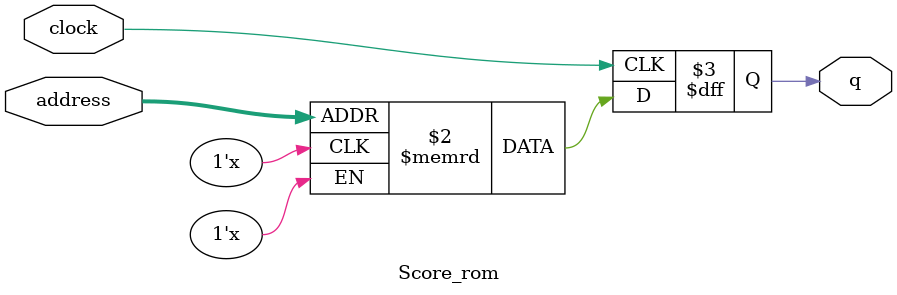
<source format=sv>
module Score_rom (
	input logic clock,
	input logic [12:0] address,
	output logic [0:0] q
);

logic [0:0] memory [0:7499] /* synthesis ram_init_file = "./Score/Score.mif" */;

always_ff @ (posedge clock) begin
	q <= memory[address];
end

endmodule

</source>
